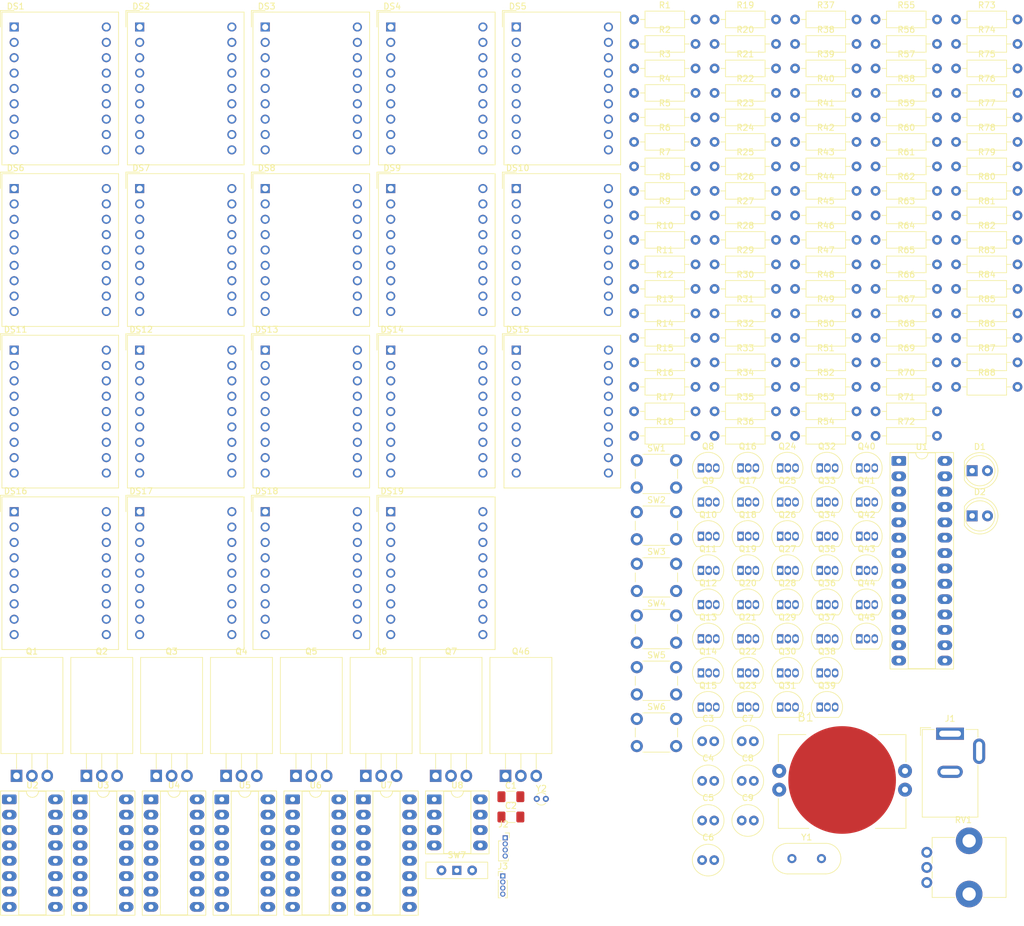
<source format=kicad_pcb>
(kicad_pcb (version 20241229) (generator "pcbnew") (generator_version "9.0")
  (layers (0 "F.Cu" signal) (2 "B.Cu" signal) (13 "F.Paste" user) (15 "B.Paste" user) (5 "F.SilkS" user "F.Silkscreen") (7 "B.SilkS" user "B.Silkscreen") (1 "F.Mask" user) (3 "B.Mask" user) (25 "Edge.Cuts" user))
  (net 0 "")
  (net 1 "Net-(B1--)")
  (net 2 "Net-(B1-+)")
  (net 3 "GND")
  (net 4 "Net-(U1-XTAL1{slash}PB6)")
  (net 5 "Net-(U1-XTAL2{slash}PB7)")
  (net 6 "VCC")
  (net 7 "TL")
  (net 8 "Net-(D1-K)")
  (net 9 "BL")
  (net 10 "Net-(D2-K)")
  (net 11 "DIG_C")
  (net 12 "DIG_A")
  (net 13 "DIG_F")
  (net 14 "DP")
  (net 15 "DIG_E")
  (net 16 "DIG_G")
  (net 17 "DS1")
  (net 18 "DS2")
  (net 19 "DIG_B")
  (net 20 "DIG_D")
  (net 21 "DS3")
  (net 22 "DS4")
  (net 23 "DS5")
  (net 24 "DS6")
  (net 25 "DS7")
  (net 26 "DS8")
  (net 27 "DS10")
  (net 28 "DS9")
  (net 29 "DS11")
  (net 30 "DS12")
  (net 31 "DS14")
  (net 32 "DS13")
  (net 33 "DS15")
  (net 34 "DS16")
  (net 35 "DS18")
  (net 36 "DS17")
  (net 37 "DS19")
  (net 38 "DS20")
  (net 39 "DS22")
  (net 40 "DS21")
  (net 41 "DS23")
  (net 42 "DS24")
  (net 43 "DS26")
  (net 44 "DS25")
  (net 45 "DS28")
  (net 46 "DS27")
  (net 47 "DS30")
  (net 48 "DS29")
  (net 49 "DS31")
  (net 50 "DS32")
  (net 51 "DS33")
  (net 52 "DS34")
  (net 53 "DS36")
  (net 54 "DS35")
  (net 56 "DS38")
  (net 57 "SDA")
  (net 59 "SCL")
  (net 60 "Net-(J3-Pin_2)")
  (net 61 "Net-(J3-Pin_3)")
  (net 62 "Net-(J3-Pin_1)")
  (net 63 "Net-(J3-Pin_4)")
  (net 64 "Net-(Q1-PadB)")
  (net 65 "CTRL_A")
  (net 66 "CTRL_B")
  (net 67 "Net-(Q2-PadB)")
  (net 68 "Net-(Q3-PadB)")
  (net 69 "CTRL_C")
  (net 70 "Net-(Q4-PadB)")
  (net 71 "CTRL_D")
  (net 72 "CTRL_E")
  (net 73 "Net-(Q5-PadB)")
  (net 74 "Net-(Q6-PadB)")
  (net 75 "CTRL_F")
  (net 76 "CTRL_G")
  (net 77 "Net-(Q7-PadB)")
  (net 78 "Net-(Q46-PadB)")
  (net 79 "CTRL_DP")
  (net 80 "CTRL_DS1")
  (net 81 "Net-(Q8-PadB)")
  (net 82 "Net-(Q8-PadC)")
  (net 83 "CTRL_DS2")
  (net 84 "Net-(Q9-PadB)")
  (net 85 "Net-(Q9-PadC)")
  (net 86 "CTRL_DS3")
  (net 87 "Net-(Q10-PadB)")
  (net 88 "Net-(Q10-PadC)")
  (net 89 "CTRL_DS4")
  (net 90 "Net-(Q11-PadB)")
  (net 91 "Net-(Q11-PadC)")
  (net 92 "Net-(Q12-PadB)")
  (net 93 "CTRL_DS5")
  (net 94 "Net-(Q12-PadC)")
  (net 95 "Net-(Q13-PadB)")
  (net 96 "CTRL_DS6")
  (net 97 "Net-(Q13-PadC)")
  (net 98 "CTRL_DS7")
  (net 99 "Net-(Q14-PadB)")
  (net 100 "Net-(Q14-PadC)")
  (net 101 "Net-(Q15-PadB)")
  (net 102 "CTRL_DS8")
  (net 103 "Net-(Q15-PadC)")
  (net 104 "CTRL_DS9")
  (net 105 "Net-(Q16-PadB)")
  (net 106 "Net-(Q16-PadC)")
  (net 107 "CTRL_DS10")
  (net 108 "Net-(Q17-PadB)")
  (net 109 "Net-(Q17-PadC)")
  (net 110 "CTRL_DS11")
  (net 111 "Net-(Q18-PadB)")
  (net 112 "Net-(Q18-PadC)")
  (net 113 "CTRL_DS12")
  (net 114 "Net-(Q19-PadB)")
  (net 115 "Net-(Q19-PadC)")
  (net 116 "CTRL_DS13")
  (net 117 "Net-(Q20-PadB)")
  (net 118 "Net-(Q20-PadC)")
  (net 119 "Net-(Q21-PadB)")
  (net 120 "CTRL_DS14")
  (net 121 "Net-(Q21-PadC)")
  (net 122 "CTRL_DS15")
  (net 123 "Net-(Q22-PadB)")
  (net 124 "Net-(Q22-PadC)")
  (net 125 "Net-(Q23-PadB)")
  (net 126 "CTRL_DS16")
  (net 127 "Net-(Q23-PadC)")
  (net 128 "CTRL_DS17")
  (net 129 "Net-(Q24-PadB)")
  (net 130 "Net-(Q24-PadC)")
  (net 131 "Net-(Q26-PadB)")
  (net 132 "CTRL_DS18")
  (net 133 "Net-(Q26-PadC)")
  (net 134 "CTRL_DS19")
  (net 135 "Net-(Q28-PadB)")
  (net 136 "Net-(Q28-PadC)")
  (net 137 "Net-(Q30-PadB)")
  (net 138 "CTRL_DS20")
  (net 139 "Net-(Q30-PadC)")
  (net 140 "Net-(Q32-PadB)")
  (net 141 "CTRL_DS21")
  (net 142 "Net-(Q32-PadC)")
  (net 143 "Net-(Q34-PadB)")
  (net 144 "CTRL_DS22")
  (net 145 "Net-(Q34-PadC)")
  (net 146 "CTRL_DS23")
  (net 147 "Net-(Q36-PadB)")
  (net 148 "Net-(Q36-PadC)")
  (net 149 "CTRL_DS24")
  (net 150 "Net-(Q38-PadB)")
  (net 151 "Net-(Q38-PadC)")
  (net 152 "CTRL_DS25")
  (net 153 "Net-(Q25-PadB)")
  (net 154 "Net-(Q25-PadC)")
  (net 155 "Net-(Q27-PadB)")
  (net 156 "CTRL_DS26")
  (net 157 "Net-(Q27-PadC)")
  (net 158 "Net-(Q29-PadB)")
  (net 159 "CTRL_DS27")
  (net 160 "Net-(Q29-PadC)")
  (net 161 "Net-(Q31-PadB)")
  (net 162 "CTRL_DS28")
  (net 163 "Net-(Q31-PadC)")
  (net 164 "CTRL_DS29")
  (net 165 "Net-(Q33-PadB)")
  (net 166 "Net-(Q33-PadC)")
  (net 167 "Net-(Q35-PadB)")
  (net 168 "CTRL_DS30")
  (net 169 "Net-(Q35-PadC)")
  (net 170 "Net-(Q37-PadB)")
  (net 171 "CTRL_DS31")
  (net 172 "Net-(Q37-PadC)")
  (net 173 "CTRL_DS32")
  (net 174 "Net-(Q39-PadB)")
  (net 175 "Net-(Q39-PadC)")
  (net 176 "CTRL_DS33")
  (net 177 "Net-(Q40-PadB)")
  (net 178 "Net-(Q40-PadC)")
  (net 179 "CTRL_DS34")
  (net 180 "Net-(Q41-PadB)")
  (net 181 "Net-(Q41-PadC)")
  (net 182 "Net-(Q42-PadB)")
  (net 183 "CTRL_DS35")
  (net 184 "Net-(Q42-PadC)")
  (net 185 "CTRL_DS36")
  (net 186 "Net-(Q43-PadB)")
  (net 187 "Net-(Q43-PadC)")
  (net 188 "Net-(Q44-PadB)")
  (net 189 "CTRL_DS37")
  (net 190 "Net-(Q44-PadC)")
  (net 191 "DS37")
  (net 192 "Net-(Q45-PadB)")
  (net 193 "CTRL_DS38")
  (net 194 "Net-(Q45-PadC)")
  (net 195 "BADJ")
  (net 196 "INC")
  (net 197 "DEC")
  (net 198 "RIGHT")
  (net 199 "LEFT")
  (net 200 "DOWN")
  (net 201 "UP")
  (net 203 "SET_ENABLE")
  (net 205 "RCLK")
  (net 206 "DCLK")
  (net 210 "SCLK")
  (net 211 "~{OE}")
  (net 212 "SER")
  (net 216 "Net-(U3-QH')")
  (net 217 "Net-(U4-QH')")
  (net 218 "Net-(U5-QH')")
  (net 219 "Net-(U6-QH')")
  (net 221 "Net-(U8-X2)")
  (net 222 "Net-(U8-X1)")
  (footprint "Resistor_THT:R_Axial_DIN0207_L6.3mm_D2.5mm_P10.16mm_Horizontal" (layer "F.Cu") (at 201.88 45)
    (property "Reference" "R61")
    (property "Value" "470Ω")
  )
  (footprint "Resistor_THT:R_Axial_DIN0207_L6.3mm_D2.5mm_P10.16mm_Horizontal" (layer "F.Cu") (at 188.57 32.85)
    (property "Reference" "R40")
    (property "Value" "12Ω")
  )
  (footprint "Resistor_THT:R_Axial_DIN0207_L6.3mm_D2.5mm_P10.16mm_Horizontal" (layer "F.Cu") (at 215.19 81.45)
    (property "Reference" "R88")
    (property "Value" "470Ω")
  )
  (footprint "Package_TO_SOT_THT:TO-220-3_Horizontal_TabDown" (layer "F.Cu") (at 129.14 145.77)
    (property "Reference" "Q7")
    (property "Value" "Q_PNP")
  )
  (footprint "Display_7Segment:DA56-11CGKWA" (layer "F.Cu") (at 121.71 21.945)
    (property "Reference" "DS4")
    (property "Value" "DC56-11CGKWA")
  )
  (footprint "Resistor_THT:R_Axial_DIN0207_L6.3mm_D2.5mm_P10.16mm_Horizontal" (layer "F.Cu") (at 201.88 20.7)
    (property "Reference" "R55")
    (property "Value" "470Ω")
  )
  (footprint "Capacitor_THT:C_Radial_D5.0mm_H11.0mm_P2.00mm" (layer "F.Cu") (at 179.75 140.05)
    (property "Reference" "C7")
    (property "Value" "22μF")
  )
  (footprint "Resistor_THT:R_Axial_DIN0207_L6.3mm_D2.5mm_P10.16mm_Horizontal" (layer "F.Cu") (at 215.19 65.25)
    (property "Reference" "R84")
    (property "Value" "12Ω")
  )
  (footprint "Resistor_THT:R_Axial_DIN0207_L6.3mm_D2.5mm_P10.16mm_Horizontal" (layer "F.Cu") (at 215.19 24.75)
    (property "Reference" "R74")
    (property "Value" "12Ω")
  )
  (footprint "Package_DIP:DIP-16_W7.62mm_Socket_LongPads" (layer "F.Cu") (at 105.49 149.65)
    (property "Reference" "U6")
    (property "Value" "74HC595")
  )
  (footprint "Package_TO_SOT_THT:TO-92L_Inline" (layer "F.Cu") (at 192.65 111.8)
    (property "Reference" "Q35")
    (property "Value" "2N3904")
  )
  (footprint "Resistor_THT:R_Axial_DIN0207_L6.3mm_D2.5mm_P10.16mm_Horizontal" (layer "F.Cu") (at 161.95 65.25)
    (property "Reference" "R12")
    (property "Value" "12Ω")
  )
  (footprint "Resistor_THT:R_Axial_DIN0207_L6.3mm_D2.5mm_P10.16mm_Horizontal" (layer "F.Cu") (at 161.95 81.45)
    (property "Reference" "R16")
    (property "Value" "12Ω")
  )
  (footprint "Package_TO_SOT_THT:TO-92L_Inline" (layer "F.Cu") (at 179.55 94.85)
    (property "Reference" "Q16")
    (property "Value" "2N3904")
  )
  (footprint "Package_TO_SOT_THT:TO-92L_Inline" (layer "F.Cu") (at 179.55 134.4)
    (property "Reference" "Q23")
    (property "Value" "2N3904")
  )
  (footprint "Resistor_THT:R_Axial_DIN0207_L6.3mm_D2.5mm_P10.16mm_Horizontal" (layer "F.Cu") (at 201.88 40.95)
    (property "Reference" "R60")
    (property "Value" "12Ω")
  )
  (footprint "Resistor_THT:R_Axial_DIN0207_L6.3mm_D2.5mm_P10.16mm_Horizontal" (layer "F.Cu") (at 201.88 77.4)
    (property "Reference" "R69")
    (property "Value" "470Ω")
  )
  (footprint "Display_7Segment:DA56-11CGKWA" (layer "F.Cu") (at 142.465 75.375)
    (property "Reference" "DS15")
    (property "Value" "DC56-11CGKWA")
  )
  (footprint "Package_TO_SOT_THT:TO-92L_Inline" (layer "F.Cu") (at 192.65 106.15)
    (property "Reference" "Q34")
    (property "Value" "2N3904")
  )
  (footprint "Package_DIP:DIP-16_W7.62mm_Socket_LongPads" (layer "F.Cu") (at 70.36 149.65)
    (property "Reference" "U3")
    (property "Value" "74HC595")
  )
  (footprint "Resistor_THT:R_Axial_DIN0207_L6.3mm_D2.5mm_P10.16mm_Horizontal" (layer "F.Cu") (at 201.88 81.45)
    (property "Reference" "R70")
    (property "Value" "12Ω")
  )
  (footprint "Resistor_THT:R_Axial_DIN0207_L6.3mm_D2.5mm_P10.16mm_Horizontal" (layer "F.Cu") (at 188.57 36.9)
    (property "Reference" "R41")
    (property "Value" "470Ω")
  )
  (footprint "Resistor_THT:R_Axial_DIN0207_L6.3mm_D2.5mm_P10.16mm_Horizontal" (layer "F.Cu") (at 215.19 57.15)
    (property "Reference" "R82")
    (property "Value" "12Ω")
  )
  (footprint "Resistor_THT:R_Axial_DIN0207_L6.3mm_D2.5mm_P10.16mm_Horizontal" (layer "F.Cu") (at 201.88 49.05)
    (property "Reference" "R62")
    (property "Value" "12Ω")
  )
  (footprint "Capacitor_THT:C_Radial_D5.0mm_H11.0mm_P2.00mm" (layer "F.Cu") (at 173.2 159.7)
    (property "Reference" "C6")
    (property "Value" "22μF")
  )
  (footprint "Resistor_THT:R_Axial_DIN0207_L6.3mm_D2.5mm_P10.16mm_Horizontal" (layer "F.Cu") (at 215.19 49.05)
    (property "Reference" "R80")
    (property "Value" "12Ω")
  )
  (footprint "Resistor_THT:R_Axial_DIN0207_L6.3mm_D2.5mm_P10.16mm_Horizontal" (layer "F.Cu") (at 161.95 69.3)
    (property "Reference" "R13")
    (property "Value" "470Ω")
  )
  (footprint "Package_TO_SOT_THT:TO-92L_Inline" (layer "F.Cu") (at 173 128.75)
    (property "Reference" "Q14")
    (property "Value" "2N3904")
  )
  (footprint "Resistor_THT:R_Axial_DIN0207_L6.3mm_D2.5mm_P10.16mm_Horizontal" (layer "F.Cu") (at 161.95 40.95)
    (property "Reference" "R6")
    (property "Value" "10kΩ")
  )
  (footprint "Resistor_THT:R_Axial_DIN0207_L6.3mm_D2.5mm_P10.16mm_Horizontal" (layer "F.Cu") (at 161.95 32.85)
    (property "Reference" "R4")
    (property "Value" "10kΩ")
  )
  (footprint "Capacitor_THT:C_Radial_D5.0mm_H11.0mm_P2.00mm" (layer "F.Cu") (at 179.75 153.15)
    (property "Reference" "C9")
    (property "Value" "22μF")
  )
  (footprint "Connector_BarrelJack:BarrelJack_GCT_DCJ200-10-A_Horizontal" (layer "F.Cu") (at 214.2 138.8)
    (property "Reference" "J1")
    (property "Value" "Barrel_Jack")
  )
  (footprint "Package_TO_SOT_THT:TO-92L_Inline" (layer "F.Cu") (at 179.55 100.5)
    (property "Reference" "Q17")
    (property "Value" "2N3904")
  )
  (footprint "Resistor_THT:R_Axial_DIN0207_L6.3mm_D2.5mm_P10.16mm_Horizontal" (layer "F.Cu") (at 201.88 28.8)
    (property "Reference" "R57")
    (property "Value" "470Ω")
  )
  (footprint "Resistor_THT:R_Axial_DIN0207_L6.3mm_D2.5mm_P10.16mm_Horizontal" (layer "F.Cu") (at 201.88 85.5)
    (property "Reference" "R71")
    (property "Value" "470Ω")
  )
  (footprint "Display_7Segment:DA56-11CGKWA" (layer "F.Cu") (at 80.2 75.375)
    (property "Reference" "DS12")
    (property "Value" "DC56-11CGKWA")
  )
  (footprint "Resistor_THT:R_Axial_DIN0207_L6.3mm_D2.5mm_P10.16mm_Horizontal" (layer "F.Cu") (at 201.88 65.25)
    (property "Reference" "R66")
    (property "Value" "12Ω")
  )
  (footprint "Resistor_THT:R_Axial_DIN0207_L6.3mm_D2.5mm_P10.16mm_Horizontal" (layer "F.Cu") (at 215.19 77.4)
    (property "Reference" "R87")
    (property "Value" "470Ω")
  )
  (footprint "Resistor_THT:R_Axial_DIN0207_L6.3mm_D2.5mm_P10.16mm_Horizontal" (layer "F.Cu") (at 161.95 45)
    (property "Reference" "R7")
    (property "Value" "10kΩ")
  )
  (footprint "Resistor_THT:R_Axial_DIN0207_L6.3mm_D2.5mm_P10.16mm_Horizontal" (layer "F.Cu") (at 188.57 65.25)
    (property "Reference" "R48")
    (property "Value" "12Ω")
  )
  (footprint "Package_TO_SOT_THT:TO-92L_Inline" (layer "F.Cu") (at 173 117.45)
    (property "Reference" "Q12")
    (property "Value" "2N3904")
  )
  (footprint "Package_TO_SOT_THT:TO-220-3_Horizontal_TabDown" (layer "F.Cu") (at 94.49 145.77)
    (property "Reference" "Q4")
    (property "Value" "Q_PNP")
  )
  (footprint "Package_TO_SOT_THT:TO-92L_Inline" (layer "F.Cu") (at 179.55 128.75)
    (property "Reference" "Q22")
    (property "Value" "2N3904")
  )
  (footprint "Package_TO_SOT_THT:TO-92L_Inline" (layer "F.Cu") (at 186.1 111.8)
    (property "Reference" "Q27")
    (property "Value" "2N3904")
  )
  (footprint "Button_Switch_THT:SW_PUSH_6mm" (layer "F.Cu") (at 162.4 93.6)
    (property "Reference" "SW1")
    (property "Value" "Increment")
  )
  (footprint "Display_7Segment:DA56-11CGKWA" (layer "F.Cu") (at 100.955 75.375)
    (property "Reference" "DS13")
    (property "Value" "DC56-11CGKWA")
  )
  (footprint "Package_TO_SOT_THT:TO-220-3_Horizontal_TabDown" (layer "F.Cu") (at 71.39 145.77)
    (property "Reference" "Q2")
    (property "Value" "Q_PNP")
  )
  (footprint "Resistor_THT:R_Axial_DIN0207_L6.3mm_D2.5mm_P10.16mm_Horizontal" (layer "F.Cu") (at 215.19 53.1)
    (property "Reference" "R81")
    (property "Value" "470Ω")
  )
  (footprint "Display_7Segment:DA56-11CGKWA" (layer "F.Cu") (at 100.955 102.09)
    (property "Reference" "DS18")
    (property "Value" "DC56-11CGKWA")
  )
  (footprint "Resistor_THT:R_Axial_DIN0207_L6.3mm_D2.5mm_P10.16mm_Horizontal" (layer "F.Cu") (at 175.26 77.4)
    (property "Reference" "R33")
    (property "Value" "470Ω")
  )
  (footprint "Resistor_THT:R_Axial_DIN0207_L6.3mm_D2.5mm_P10.16mm_Horizontal" (layer "F.Cu") (at 175.26 61.2)
    (property "Reference" "R29")
    (property "Value" "470Ω")
  )
  (footprint "Resistor_THT:R_Axial_DIN0207_L6.3mm_D2.5mm_P10.16mm_Horizontal" (layer "F.Cu") (at 188.57 81.45)
    (property "Reference" "R52")
    (property "Value" "12Ω")
  )
  (footprint "Resistor_THT:R_Axial_DIN0207_L6.3mm_D2.5mm_P10.16mm_Horizontal" (layer "F.Cu") (at 161.95 85.5)
    (property "Reference" "R17")
    (property "Value" "470Ω")
  )
  (footprint "Resistor_THT:R_Axial_DIN0207_L6.3mm_D2.5mm_P10.16mm_Horizontal" (layer "F.Cu") (at 161.95 36.9)
    (property "Reference" "R5")
    (property "Value" "10kΩ")
  )
  (footprint "Package_TO_SOT_THT:TO-92L_Inline" (layer "F.Cu") (at 173 100.5)
    (property "Reference" "Q9")
    (property "Value" "2N3904")
  )
  (footprint "Resistor_THT:R_Axial_DIN0207_L6.3mm_D2.5mm_P10.16mm_Horizontal" (layer "F.Cu") (at 201.88 24.75)
    (property "Reference" "R56")
    (property "Value" "12Ω")
  )
  (footprint "Package_TO_SOT_THT:TO-92L_Inline" (layer "F.Cu") (at 199.2 100.5)
    (property "Reference" "Q41")
    (property "Value" "2N3904")
  )
  (footprint "Resistor_THT:R_Axial_DIN0207_L6.3mm_D2.5mm_P10.16mm_Horizontal" (layer "F.Cu") (at 188.57 53.1)
    (property "Reference" "R45")
    (property "Value" "470Ω")
  )
  (footprint "Resistor_THT:R_Axial_DIN0207_L6.3mm_D2.5mm_P10.16mm_Horizontal" (layer "F.Cu") (at 175.26 28.8)
    (property "Reference" "R21")
    (property "Value" "470Ω")
  )
  (footprint "Package_TO_SOT_THT:TO-92L_Inline" (layer "F.Cu") (at 186.1 134.4)
    (property "Reference" "Q31")
    (property "Value" "2N3904")
  )
  (footprint "Display_7Segment:DA56-11CGKWA" (layer "F.Cu") (at 59.445 102.09)
    (property "Reference" "DS16")
    (property "Value" "DC56-11CGKWA")
  )
  (footprint "Resistor_THT:R_Axial_DIN0207_L6.3mm_D2.5mm_P10.16mm_Horizontal" (layer "F.Cu") (at 201.88 89.55)
    (property "Reference" "R72")
    (property "Value" "12Ω")
  )
  (footprint "Package_TO_SOT_THT:TO-92L_Inline" (layer "F.Cu") (at 199.2 94.85)
    (property "Reference" "Q40")
    (property "Value" "2N3904")
  )
  (footprint "Display_7Segment:DA56-11CGKWA" (layer "F.Cu") (at 80.2 21.945)
    (property "Reference" "DS2")
    (property "Value" "DC56-11CGKWA")
  )
  (footprint "Package_TO_SOT_THT:TO-92L_Inline" (layer "F.Cu") (at 199.2 117.45)
    (property "Reference" "Q44")
    (property "Value" "2N3904")
  )
  (footprint "Package_TO_SOT_THT:TO-92L_Inline" (layer "F.Cu") (at 179.55 106.15)
    (property "Reference" "Q18")
    (property "Value" "2N3904")
  )
  (footprint "Display_7Segment:DA56-11CGKWA" (layer "F.Cu") (at 142.465 21.945)
    (property "Reference" "DS5")
    (property "Value" "DC56-11CGKWA")
  )
  (footprint "Package_DIP:DIP-8_W7.62mm_Socket_LongPads" (layer "F.Cu") (at 128.91 149.65)
    (property "Reference" "U8")
    (property "Value" "DS1307+")
  )
  (footprint "Package_TO_SOT_THT:TO-92L_Inline" (layer "F.Cu") (at 186.1 128.75)
    (property "Reference" "Q30")
    (property "Value" "2N3904")
  )
  (footprint "Resistor_THT:R_Axial_DIN0207_L6.3mm_D2.5mm_P10.16mm_Horizontal" (layer "F.Cu") (at 188.57 85.5)
    (property "Reference" "R53")
    (property "Value" "470Ω")
  )
  (footprint "Resistor_THT:R_Axial_DIN0207_L6.3mm_D2.5mm_P10.16mm_Horizontal" (layer "F.Cu") (at 215.19 20.7)
    (property "Reference" "R73")
    (property "Value" "470Ω")
  )
  (footprint "Display_7Segment:DA56-11CGKWA" (layer "F.Cu") (at 100.955 48.66)
    (property "Reference" "DS8")
    (property "Value" "DC56-11CGKWA")
  )
  (footprint "Resistor_THT:R_Axial_DIN0207_L6.3mm_D2.5mm_P10.16mm_Horizontal" (layer "F.Cu") (at 175.26 49.05)
    (property "Reference" "R26")
    (property "Value" "12Ω")
  )
  (footprint "Package_TO_SOT_THT:TO-92L_Inline" (layer "F.Cu") (at 173 134.4)
    (property "Reference" "Q15")
    (property "Value" "2N3904")
  )
  (footprint "Resistor_THT:R_Axial_DIN0207_L6.3mm_D2.5mm_P10.16mm_Horizontal" (layer "F.Cu") (at 161.95 73.35)
    (property "Reference" "R14")
    (property "Value" "12Ω")
  )
  (footprint "Display_7Segment:DA56-11CGKWA" (layer "F.Cu") (at 121.71 75.375)
    (property "Reference" "DS14")
    (property "Value" "DC56-11CGKWA")
  )
  (footprint "Capacitor_SMD:C_1206_3216Metric_Pad1.33x1.80mm_HandSolder" (layer "F.Cu") (at 141.58 149.22)
    (property "Reference" "C1")
    (property "Value" "22pF")
  )
  (footprint "Resistor_THT:R_Axial_DIN0207_L6.3mm_D2.5mm_P10.16mm_Horizontal" (layer "F.Cu") (at 161.95 24.75)
    (property "Reference" "R2")
    (property "Value" "10kΩ")
  )
  (footprint "Package_DIP:DIP-16_W7.62mm_Socket_LongPads" (layer "F.Cu") (at 58.65 149.65)
    (property "Reference" "U2")
    (property "Value" "74HC595")
  )
  (footprint "Display_7Segment:DA56-11CGKWA" (layer "F.Cu") (at 100.955 21.945)
    (property "Reference" "DS3")
    (property "Value" "DC56-11CGKWA")
  )
  (footprint "Package_TO_SOT_THT:TO-92L_Inline" (layer "F.Cu") (at 199.2 106.15)
    (property "Reference" "Q42")
    (property "Value" "2N3904")
  )
  (footprint "Button_Switch_THT:SW_PUSH_6mm" (layer "F.Cu") (at 162.4 136.35)
    (property "Reference" "SW6")
    (property "Value" "Up")
  )
  (footprint "Resistor_THT:R_Axial_DIN0207_L6.3mm_D2.5mm_P10.16mm_Horizontal" (layer "F.Cu") (at 188.57 24.75)
    (property "Reference" "R38")
    (property "Value" "12Ω")
  )
  (footprint "Parts:BAT_BAT-HLD-001-THM" (layer "F.Cu") (at 196.35 146.45)
    (property "Reference" "B1")
    (property "Value" "2032")
  )
  (footprint "Package_TO_SOT_THT:TO-92L_Inline" (layer "F.Cu") (at 173 123.1)
    (property "Reference" "Q13")
    (property "Value" "2N3904")
  )
  (footprint "Display_7Segment:DA56-11CGKWA" (layer "F.Cu") (at 121.71 48.66)
    (property "Reference" "DS9")
    (property "Value" "DC56-11CGKWA")
  )
  (footprint "Capacitor_THT:C_Radial_D5.0mm_H11.0mm_P2.00mm" (layer "F.Cu") (at 173.2 153.15)
    (property "Reference" "C5")
    (property "Value" "22μF")
  )
  (footprint "LED_THT:LED_D5.0mm" (layer "F.Cu") (at 217.85 95.31)
    (property "Reference" "D1")
    (property "Value" "LED")
  )
  (footprint "Display_7Segment:DA56-11CGKWA" (layer "F.Cu") (at 121.71 102.09)
    (property "Reference" "DS19")
    (property "Value" "DC56-11CGKWA")
  )
  (footprint "Resistor_THT:R_Axial_DIN0207_L6.3mm_D2.5mm_P10.16mm_Horizontal" (layer "F.Cu") (at 215.19 61.2)
    (property "Reference" "R83")
    (property "Value" "470Ω")
  )
  (footprint "Display_7Segment:DA56-11CGKWA" (layer "F.Cu") (at 59.445 21.945)
    (property "Reference" "DS1")
    (property "Value" "DC56-11CGKWA")
  )
  (footprint "Package_TO_SOT_THT:TO-92L_Inline" (layer "F.Cu") (at 192.65 134.4)
    (property "Reference" "Q39")
    (property "Value" "2N3904")
  )
  (footprint "Package_TO_SOT_THT:TO-92L_Inline" (layer "F.Cu") (at 186.1 106.15)
    (property "Reference" "Q26")
    (property "Value" "2N3904")
  )
  (footprint "Button_Switch_THT:SW_PUSH_6mm" (layer "F.Cu") (at 162.4 110.7)
    (property "Reference" "SW3")
    (property "Value" "Right")
  )
  (footprint "Package_TO_SOT_THT:TO-92L_Inline" (layer "F.Cu") (at 173 106.15)
    (property "Reference" "Q10")
    (property "Value" "2N3904")
  )
  (footprint "Resistor_THT:R_Axial_DIN0207_L6.3mm_D2.5mm_P10.16mm_Horizontal" (layer "F.Cu") (at 161.95 61.2)
    (property "Reference" "R11")
    (property "Value" "470Ω")
  )
  (footprint "Resistor_THT:R_Axial_DIN0207_L6.3mm_D2.5mm_P10.16mm_Horizontal" (layer "F.Cu") (at 188.57 69.3)
    (property "Reference" "R49")
    (property "Value" "470Ω")
  )
  (footprint "Package_DIP:DIP-28_W7.62mm_Socket_LongPads" (layer "F.Cu") (at 205.72 93.69)
    (property "Reference" "U1")
    (property "Value" "ATmega328P-P")
  )
  (footprint "Package_TO_SOT_THT:TO-92L_Inline" (layer "F.Cu") (at 199.2 123.1)
    (property "Reference" "Q45")
    (property "Value" "2N3904")
  )
  (footprint "Resistor_THT:R_Axial_DIN0207_L6.3mm_D2.5mm_P10.16mm_Horizontal" (layer "F.Cu") (at 201.88 69.3)
    (property "Reference" "R67")
    (property "Value" "470Ω")
  )
  (footprint "Potentiometer_THT:Potentiometer_Bourns_PTV09A-1_Single_Vertical" (layer "F.Cu") (at 210.35 163.41)
    (property "Reference" "RV1")
    (property "Value" "10kΩ")
  )
  (footprint "Resistor_THT:R_Axial_DIN0207_L6.3mm_D2.5mm_P10.16mm_Horizontal" (layer "F.Cu") (at 175.26 69.3)
    (property "Reference" "R31")
    (property "Value" "470Ω")
  )
  (footprint "Capacitor_THT:C_Radial_D5.0mm_H11.0mm_P2.00mm" (layer "F.Cu") (at 179.75 146.6)
    (property "Reference" "C8")
    (property "Value" "22μF")
  )
  (footprint "Resistor_THT:R_Axial_DIN0207_L6.3mm_D2.5mm_P10.16mm_Horizontal" (layer "F.Cu") (at 188.57 20.7)
    (property "Reference" "R37")
    (property "Value" "470Ω")
  )
  (footprint "Button_Switch_THT:SW_Slide-03_Wuerth-WS-SLTV_10x2.5x6.4_P2.54mm" (layer "F.Cu") (at 132.64 161.4)
    (property "Reference" "SW7")
    (property "Value" "Power")
  )
  (footprint "Resistor_THT:R_Axial_DIN0207_L6.3mm_D2.5mm_P10.16mm_Horizontal" (layer "F.Cu") (at 175.26 24.75)
    (property "Reference" "R20")
    (property "Value" "12Ω")
  )
  (footprint "Resistor_THT:R_Axial_DIN0207_L6.3mm_D2.5mm_P10.16mm_Horizontal" (layer "F.Cu") (at 188.57 28.8)
    (property "Reference" "R39")
    (property "Value" "470Ω")
  )
  (footprint "Display_7Segment:DA56-11CGKWA" (layer "F.Cu") (at 80.2 48.66)
    (property "Reference" "DS7")
    (property "Value" "DC56-11CGKWA")
  )
  (footprint "Package_TO_SOT_THT:TO-92L_Inline" (layer "F.Cu") (at 192.65 117.45)
    (property "Reference" "Q36")
    (property "Value" "2N3904")
  )
  (footprint "Package_DIP:DIP-16_W7.62mm_Socket_LongPads" (layer "F.Cu") (at 93.78 149.65)
    (property "Reference" "U5")
    (property "Value" "74HC595")
  )
  (footprint "Resistor_THT:R_Axial_DIN0207_L6.3mm_D2.5mm_P10.16mm_Horizontal" (layer "F.Cu") (at 188.57 61.2)
    (property "Reference" "R47")
    (property "Value" "470Ω")
  )
  (footprint "Package_TO_SOT_THT:TO-92L_Inline" (layer "F.Cu") (at 199.2 111.8)
    (property "Reference" "Q43")
    (property "Value" "2N3904")
  )
  (footprint "Button_Switch_THT:SW_PUSH_6mm" (layer "F.Cu") (at 162.4 119.25)
    (property "Reference" "SW4")
    (property "Value" "Left")
  )
  (footprint "Package_TO_SOT_THT:TO-92L_Inline" (layer "F.Cu") (at 173 111.8)
    (property "Reference" "Q11")
    (property "Value" "2N3904")
  )
  (footprint "Resistor_THT:R_Axial_DIN0207_L6.3mm_D2.5mm_P10.16mm_Horizontal" (layer "F.Cu") (at 215.19 69.3)
    (property "Reference" "R85")
    (property "Value" "10kΩ")
  )
  (footprint "Resistor_THT:R_Axial_DIN0207_L6.3mm_D2.5mm_P10.16mm_Horizontal" (layer "F.Cu") (at 188.57 89.55)
    (property "Reference" "R54")
    (property "Value" "12Ω")
  )
  (footprint "Resistor_THT:R_Axial_DIN0207_L6.3mm_D2.5mm_P10.16mm_Horizontal" (layer "F.Cu") (at 175.26 65.25)
    (property "Reference" "R30")
    (property "Value" "12Ω")
  )
  (footprint "Resistor_THT:R_Axial_DIN0207_L6.3mm_D2.5mm_P10.16mm_Horizontal" (layer "F.Cu") (at 175.26 32.85)
    (property "Reference" "R22")
    (property "Value" "12Ω")
  )
  (footprint "Resistor_THT:R_Axial_DIN0207_L6.3mm_D2.5mm_P10.16mm_Horizontal" (layer "F.Cu") (at 215.19 45)
    (property "Reference" "R79")
    (property "Value" "470Ω")
  )
  (footprint "Package_TO_SOT_THT:TO-92L_Inline" (layer "F.Cu") (at 186.1 100.5)
    (property "Reference" "Q25")
    (property "Value" "2N3904")
  )
  (footprint "Resistor_THT:R_Axial_DIN0207_L6.3mm_D2.5mm_P10.16mm_Horizontal" (layer "F.Cu") (at 188.57 40.95)
    (property "Reference" "R42")
    (property "Value" "12Ω")
  )
  (footprint "Capacitor_THT:C_Radial_D5.0mm_H11.0mm_P2.00mm" (layer "F.Cu") (at 173.2 140.05)
    (property "Reference" "C3")
    (property "Value" "22μF")
  )
  (footprint "Package_TO_SOT_THT:TO-220-3_Horizontal_TabDown" (layer "F.Cu") (at 140.69 145.77)
    (property "Reference" "Q46")
    (property "Value" "Q_PNP")
  )
  (footprint "Package_TO_SOT_THT:TO-220-3_Horizontal_TabDown" (layer "F.Cu") (at 117.59 145.77)
    (property "Reference" "Q6")
    (property "Value" "Q_PNP")
  )
  (footprint "Resistor_THT:R_Axial_DIN0207_L6.3mm_D2.5mm_P10.16mm_Horizontal" (layer "F.Cu") (at 201.88 61.2)
    (property "Reference" "R65")
    (property "Value" "470Ω")
  )
  (footprint "Resistor_THT:R_Axial_DIN0207_L6.3mm_D2.5mm_P10.16mm_Horizontal" (layer "F.Cu") (at 215.19 32.85)
    (property "Reference" "R76")
    (property "Value" "12Ω")
  )
  (footprint "Connector_PinHeader_1.00mm:PinHeader_1x04_P1.00mm_Vertical" (layer "F.Cu") (at 140.24 162.32)
    (property "Reference" "J3")
    (property "Value" "Conn_01x05_Pin")
  )
  (footprint "Capacitor_SMD:C_1206_3216Metric_Pad1.33x1.80mm_HandSolder" (layer "F.Cu") (at 141.58 152.57)
    (property "Reference" "C2")
    (property "Value" "22pF")
  )
  (footprint "Package_TO_SOT_THT:TO-92L_Inline" (layer "F.Cu") (at 179.55 111.8)
    (property "Reference" "Q19")
    (property "Value" "2N3904")
  )
  (footprint "Resistor_THT:R_Axial_DIN0207_L6.3mm_D2.5mm_P10.16mm_Horizontal" (layer "F.Cu") (at 175.26 73.35)
    (property "Reference" "R32")
    (property "Value" "12Ω")
  )
  (footprint "Connector_PinSocket_1.00mm:PinSocket_1x04_P1.00mm_Vertical" (layer "F.Cu") (at 140.64 156.02)
    (property "Reference" "J2")
    (property "Value" "Conn_01x05_Socket")
  )
  (footprint "Resistor_THT:R_Axial_DIN0207_L6.3mm_D2.5mm_P10.16mm_Horizontal" (layer "F.Cu") (at 161.95 77.4)
    (property "Reference" "R15")
    (property "Value" "470Ω")
  )
  (footprint "Resistor_THT:R_Axial_DIN0207_L6.3mm_D2.5mm_P10.16mm_Horizontal" (layer "F.Cu") (at 175.26 81.45)
    (property "Reference" "R34")
    (property "Value" "12Ω")
  )
  (footprint "Resistor_THT:R_Axial_DIN0207_L6.3mm_D2.5mm_P10.16mm_Horizontal" (layer "F.Cu") (at 175.26 45)
    (property "Reference" "R25")
    (property "Value" "470Ω")
  )
  (footprint "Display_7Segment:DA56-11CGKWA" (layer "F.Cu") (at 80.2 102.09)
    (property "Reference" "DS17")
    (property "Value" "DC56-11CGKWA")
  )
  (footprint "Package_TO_SOT_THT:TO-92L_Inline" (layer "F.Cu") (at 179.55 123.1)
    (property "Reference" "Q21")
    (property "Value" "2N3904")
  )
  (footprint "Package_TO_SOT_THT:TO-92L_Inline" (layer "F.Cu") (at 186.1 117.45)
    (property "Reference" "Q28")
    (property "Value" "2N3904")
  )
  (footprint "Resistor_THT:R_Axial_DIN0207_L6.3mm_D2.5mm_P10.16mm_Horizontal" (layer "F.Cu") (at 188.57 77.4)
    (property "Reference" "R51")
    (property "Value" "470Ω")
  )
  (footprint "Resistor_THT:R_Axial_DIN0207_L6.3mm_D2.5mm_P10.16mm_Horizontal" (layer "F.Cu") (at 161.95 89.55)
    (property "Reference" "R18")
    (property "Value" "12Ω")
  )
  (footprint "Package_TO_SOT_THT:TO-220-3_Horizontal_TabDown" (layer "F.Cu") (at 106.04 145.77)
    (property "Reference" "Q5")
    (property "Value" "Q_PNP")
  )
  (footprint "Resistor_THT:R_Axial_DIN0207_L6.3mm_D2.5mm_P10.16mm_Horizontal" (layer "F.Cu") (at 161.95 49.05)
    (property "Reference" "R8")
    (property "Value" "10kΩ")
  )
  (footprint "Resistor_THT:R_Axial_DIN0207_L6.3mm_D2.5mm_P10.16mm_Horizontal" (layer "F.Cu") (at 175.26 40.95)
    (property "Reference" "R24")
    (property "Value" "12Ω")
  )
  (footprint "Package_TO_SOT_THT:TO-92L_Inline" (layer "F.Cu") (at 179.55 117.45)
    (property "Reference" "Q20")
    (property "Value" "2N3904")
  )
  (footprint "Package_TO_SOT_THT:TO-92L_Inline" (layer "F.Cu") (at 192.65 128.75)
    (property "Reference" "Q38")
    (property "Value" "2N3904")
  )
  (footprint "Resistor_THT:R_Axial_DIN0207_L6.3mm_D2.5mm_P10.16mm_Horizontal" (layer "F.Cu") (at 188.57 49.05)
    (property "Reference" "R44")
    (property "Value" "12Ω")
  )
  (footprint "Resistor_THT:R_Axial_DIN0207_L6.3mm_D2.5mm_P10.16mm_Horizontal" (layer "F.Cu") (at 201.88 36.9)
    (property "Reference" "R59")
    (property "Value" "470Ω")
  )
  (footprint "Package_DIP:DIP-16_W7.62mm_Socket_LongPads" (layer "F.Cu") (at 117.2 149.65)
    (property "Reference" "U7")
    (property "Value" "74HC595")
  )
  (footprint "Resistor_THT:R_Axial_DIN0207_L6.3mm_D2.5mm_P10.16mm_Horizontal" (layer "F.Cu") (at 161.95 28.8)
    (property "Reference" "R3")
    (property "Value" "10kΩ")
  )
  (footprint "Package_TO_SOT_THT:TO-92L_Inline" (layer "F.Cu") (at 192.65 100.5)
    (property "Reference" "Q33")
    (property "Value" "2N3904")
  )
  (footprint "Resistor_THT:R_Axial_DIN0207_L6.3mm_D2.5mm_P10.16mm_Horizontal" (layer "F.Cu") (at 215.19 36.9)
    (property "Reference" "R77")
    (property "Value" "470Ω")
  )
  (footprint "Resistor_THT:R_Axial_DIN0207_L6.3mm_D2.5mm_P10.16mm_Horizontal" (layer "F.Cu") (at 161.95 57.15)
    (property "Reference" "R10")
    (property "Value" "12Ω")
  )
  (footprint "Resistor_THT:R_Axial_DIN0207_L6.3mm_D2.5mm_P10.16mm_Horizontal" (layer "F.Cu") (at 175.26 89.55)
    (property "Reference" "R36")
    (property "Value" "12Ω")
  )
  (footprint "Package_DIP:DIP-16_W7.62mm_Socket_LongPads" (layer "F.Cu") (at 82.07 149.65)
    (property "Reference" "U4")
    (property "Value" "74HC595")
  )
  (footprint "Resistor_THT:R_Axial_DIN0207_L6.3mm_D2.5mm_P10.16mm_Horizontal" (layer "F.Cu") (at 201.88 53.1)
    (property "Reference" "R63")
    (property "Value" "470Ω")
  )
  (footprint "Resistor_THT:R_Axial_DIN0207_L6.3mm_D2.5mm_P10.16mm_Horizontal" (layer "F.Cu") (at 175.26 36.9)
    (property "Reference" "R23")
    (property "Value" "470Ω")
  )
  (footprint "Resistor_THT:R_Axial_DIN0207_L6.3mm_D2.5mm_P10.16mm_Horizontal" (layer "F.Cu") (at 215.19 40.95)
    (property "Reference" "R78")
    (property "Value" "12Ω")
  )
  (footprint "Capacitor_THT:C_Radial_D5.0mm_H11.0mm_P2.00mm" (layer "F.Cu") (at 173.2 146.6)
    (property "Reference" "C4")
    (property "Value" "22μF")
  )
  (footprint "Button_Switch_THT:SW_PUSH_6mm" (layer "F.Cu") (at 162.4 127.8)
    (property "Reference" "SW5")
    (property "Value" "Down")
  )
  (footprint "Crystal:Crystal_HC49-U_Vertical" (layer "F.Cu") (at 188.05 159.45)
    (property "Reference" "Y1")
    (property "Value" "16MHz")
  )
  (footprint "Package_TO_SOT_THT:TO-92L_Inline" (layer "F.Cu") (at 192.65 123.1)
    (property "Reference" "Q37")
    (property "Value" "2N3904")
  )
  (footprint "Resistor_THT:R_Axial_DIN0207_L6.3mm_D2.5mm_P10.16mm_Horizontal" (layer "F.Cu") (at 161.95 53.1)
    (property "Reference" "R9")
    (property "Value" "470Ω")
  )
  (footprint "Display_7Segment:DA56-11CGKWA" (layer "F.Cu") (at 59.445 75.375)
    (property "Reference" "DS11")
    (property "Value" "DC56-11CGKWA")
  )
  (footprint "Package_TO_SOT_THT:TO-220-3_Horizontal_TabDown" (layer "F.Cu") (at 59.84 145.77)
    (property "Reference" "Q1")
    (property "Value" "Q_PNP")
  )
  (footprint "Crystal:Crystal_DS10_D1.0mm_L4.3mm_Vertical" (layer "F.Cu") (at 145.86 149.57)
    (property "Reference" "Y2")
    (property "Value" "32.768kHz")
  )
  (footprint "Package_TO_SOT_THT:TO-92L_Inline" (layer "F.Cu") (at 186.1 94.85)
    (property "Reference" "Q24")
    (property "Value" "2N3904")
  )
  (footprint "Resistor_THT:R_Axial_DIN0207_L6.3mm_D2.5mm_P10.16mm_Horizontal" (layer "F.Cu") (at 201.88 57.15)
    (property "Reference" "R64")
    (property "Value" "12Ω")
  )
  (footprint "Resistor_THT:R_Axial_DIN0207_L6.3mm_D2.5mm_P10.16mm_Horizontal" (layer "F.Cu") (at 175.26 57.15)
    (property "Reference" "R28")
    (property "Value" "12Ω")
  )
  (footprint "Resistor_THT:R_Axial_DIN0207_L6.3mm_D2.5mm_P10.16mm_Horizontal" (layer "F.Cu") (at 188.57 57.15)
    (property "Reference" "R46")
    (property "Value" "12Ω")
  )
  (footprint "Package_TO_SOT_THT:TO-92L_Inline" (layer "F.Cu") (at 186.1 123.1)
    (property "Reference" "Q29")
    (property "Value" "2N3904")
  )
  (footprint "Display_7Segment:DA56-11CGKWA" (layer "F.Cu") (at 142.465 48.66)
    (property "Reference" "DS10")
    (property "Value" "DC56-11CGKWA")
  )
  (footprint "Resistor_THT:R_Axial_DIN0207_L6.3mm_D2.5mm_P10.16mm_Horizontal" (layer "F.Cu") (at 175.26 20.7)
    (property "Reference" "R19")
    (property "Value" "470Ω")
  )
  (footprint "Resistor_THT:R_Axial_DIN0207_L6.3mm_D2.5mm_P10.16mm_Horizontal" (layer "F.Cu") (at 201.88 73.35)
    (property "Reference" "R68")
    (property "Value" "12Ω")
  )
  (footprint "Resistor_THT:R_Axial_DIN0207_L6.3mm_D2.5mm_P10.16mm_Horizontal" (layer "F.Cu") (at 215.19 73.35)
    (property "Reference" "R86")
    (property "Value" "10kΩ")
  )
  (footprint "Resistor_THT:R_Axial_DIN0207_L6.3mm_D2.5mm_P10.16mm_Horizontal" (layer "F.Cu") (at 201.88 32.85)
    (property "Reference" "R58")
    (property "Value" "12Ω")
  )
  (footprint "Resistor_THT:R_Axial_DIN0207_L6.3mm_D2.5mm_P10.16mm_Horizontal" (layer "F.Cu") (at 188.57 45)
    (property "Reference" "R43")
    (property "Value" "470Ω")
  )
  (footprint "LED_THT:LED_D5.0mm" (layer "F.Cu") (at 217.85 102.78)
    (property "Reference" "D2")
    (property "Value" "LED")
  )
  (footprint "Resistor_THT:R_Axial_DIN0207_L6.3mm_D2.5mm_P10.16mm_Horizontal" (layer "F.Cu") (at 188.57 73.35)
    (property "Reference" "R50")
    (property "Value" "12Ω")
  )
  (footprint "Resistor_THT:R_Axial_DIN0207_L6.3mm_D2.5mm_P10.16mm_Horizontal" (layer "F.Cu") (at 161.95 20.7)
    (property "Reference" "R1")
    (property "Value" "10kΩ")
  )
  (footprint "Package_TO_SOT_THT:TO-92L_Inline" (layer "F.Cu") (at 192.65 94.85)
    (property "Reference" "Q32")
    (property "Value" "2N3904")
  )
  (footprint "Display_7Segment:DA56-11CGKWA" (layer "F.Cu") (at 59.445 48.66)
    (property "Reference" "DS6")
    (property "Value" "DC56-11CGKWA")
  )
  (footprint "Resistor_THT:R_Axial_DIN0207_L6.3mm_D2.5mm_P10.16mm_Horizontal" (layer "F.Cu") (at 175.26 85.5)
    (property "Reference" "R35")
    (property "Value" "470Ω")
  )
  (footprint "Resistor_THT:R_Axial_DIN0207_L6.3mm_D2.5mm_P10.16mm_Horizontal" (layer "F.Cu") (at 175.26 53.1)
    (property "Reference" "R27")
    (property "Value" "470Ω")
  )
  (footprint "Button_Switch_THT:SW_PUSH_6mm" (layer "F.Cu") (at 162.4 102.15)
    (property "Reference" "SW2")
    (property "Value" "Decrement")
  )
  (footprint "Package_TO_SOT_THT:TO-220-3_Horizontal_TabDown" (layer "F.Cu") (at 82.94 145.77)
    (property "Reference" "Q3")
    (property "Value" "Q_PNP")
  )
  (footprint "Resistor_THT:R_Axial_DIN0207_L6.3mm_D2.5mm_P10.16mm_Horizontal" (layer "F.Cu") (at 215.19 28.8)
    (property "Reference" "R75")
    (property "Value" "470Ω")
  )
  (footprint "Package_TO_SOT_THT:TO-92L_Inline" (layer "F.Cu") (at 173 94.85)
    (property "Reference" "Q8")
    (property "Value" "2N3904")
  )
)
</source>
